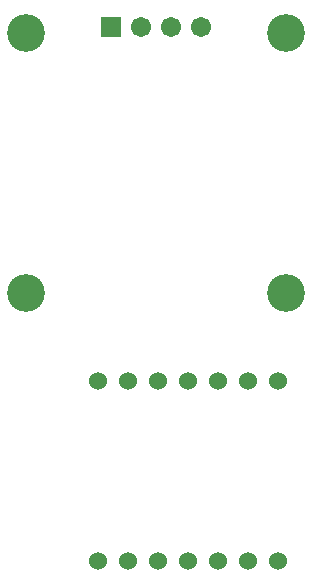
<source format=gbr>
%TF.GenerationSoftware,KiCad,Pcbnew,9.0.2*%
%TF.CreationDate,2025-07-30T21:05:43-04:00*%
%TF.ProjectId,Hermes,4865726d-6573-42e6-9b69-6361645f7063,rev?*%
%TF.SameCoordinates,Original*%
%TF.FileFunction,Soldermask,Bot*%
%TF.FilePolarity,Negative*%
%FSLAX46Y46*%
G04 Gerber Fmt 4.6, Leading zero omitted, Abs format (unit mm)*
G04 Created by KiCad (PCBNEW 9.0.2) date 2025-07-30 21:05:43*
%MOMM*%
%LPD*%
G01*
G04 APERTURE LIST*
G04 Aperture macros list*
%AMRoundRect*
0 Rectangle with rounded corners*
0 $1 Rounding radius*
0 $2 $3 $4 $5 $6 $7 $8 $9 X,Y pos of 4 corners*
0 Add a 4 corners polygon primitive as box body*
4,1,4,$2,$3,$4,$5,$6,$7,$8,$9,$2,$3,0*
0 Add four circle primitives for the rounded corners*
1,1,$1+$1,$2,$3*
1,1,$1+$1,$4,$5*
1,1,$1+$1,$6,$7*
1,1,$1+$1,$8,$9*
0 Add four rect primitives between the rounded corners*
20,1,$1+$1,$2,$3,$4,$5,0*
20,1,$1+$1,$4,$5,$6,$7,0*
20,1,$1+$1,$6,$7,$8,$9,0*
20,1,$1+$1,$8,$9,$2,$3,0*%
G04 Aperture macros list end*
%ADD10RoundRect,0.102000X-0.754000X-0.754000X0.754000X-0.754000X0.754000X0.754000X-0.754000X0.754000X0*%
%ADD11C,1.712000*%
%ADD12C,3.204000*%
%ADD13C,1.524000*%
G04 APERTURE END LIST*
D10*
%TO.C,U3*%
X158190000Y-51512500D03*
D11*
X160730000Y-51512500D03*
X163270000Y-51512500D03*
X165810000Y-51512500D03*
D12*
X151000000Y-52012500D03*
X173000000Y-52012500D03*
X173000000Y-74012500D03*
X151000000Y-74012500D03*
%TD*%
D13*
%TO.C,U1*%
X172300000Y-81500000D03*
X169760000Y-81500000D03*
X167220000Y-81500000D03*
X164680000Y-81500000D03*
X162140000Y-81500000D03*
X159600000Y-81500000D03*
X157060000Y-81500000D03*
X157060000Y-96740000D03*
X159600000Y-96740000D03*
X162140000Y-96740000D03*
X164680000Y-96740000D03*
X167220000Y-96740000D03*
X169760000Y-96740000D03*
X172300000Y-96740000D03*
%TD*%
M02*

</source>
